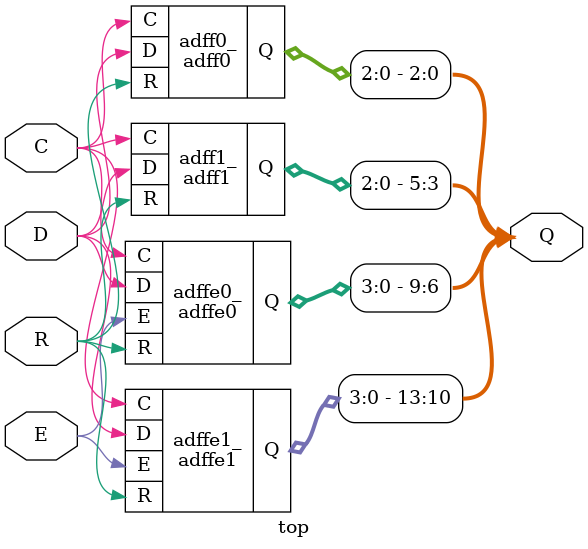
<source format=v>
module adff0(input C, R, D, (* init = 3'b000 *) output [2:0] Q);
\$_DFF_PP0_ ff0 (.C(C), .R(R), .D(D), .Q(Q[0]));
\$_DFF_PN0_ ff1 (.C(C), .R(R), .D(D), .Q(Q[1]));
\$_DFF_NP0_ ff2 (.C(C), .R(R), .D(D), .Q(Q[2]));
endmodule

module adff1(input C, R, D, (* init = 3'b000 *) output [2:0] Q);
\$_DFF_PP1_ ff0 (.C(C), .R(R), .D(D), .Q(Q[0]));
\$_DFF_PN1_ ff1 (.C(C), .R(R), .D(D), .Q(Q[1]));
\$_DFF_NP1_ ff2 (.C(C), .R(R), .D(D), .Q(Q[2]));
endmodule

module adffe0(input C, E, R, D, (* init = 4'b0000 *) output [3:0] Q);
\$_DFFE_PP0P_ ff0 (.C(C), .R(R), .E(E), .D(D), .Q(Q[0]));
\$_DFFE_PP0N_ ff1 (.C(C), .R(R), .E(E), .D(D), .Q(Q[1]));
\$_DFFE_PN0P_ ff2 (.C(C), .R(R), .E(E), .D(D), .Q(Q[2]));
\$_DFFE_NP0P_ ff3 (.C(C), .R(R), .E(E), .D(D), .Q(Q[3]));
endmodule

module adffe1(input C, E, R, D, (* init = 4'b0000 *) output [3:0] Q);
\$_DFFE_PP1P_ ff0 (.C(C), .R(R), .E(E), .D(D), .Q(Q[0]));
\$_DFFE_PP1N_ ff1 (.C(C), .R(R), .E(E), .D(D), .Q(Q[1]));
\$_DFFE_PN1P_ ff2 (.C(C), .R(R), .E(E), .D(D), .Q(Q[2]));
\$_DFFE_NP1P_ ff3 (.C(C), .R(R), .E(E), .D(D), .Q(Q[3]));
endmodule

module top(input C, E, R, D, output [13:0] Q);
adff0 adff0_(.C(C), .R(R), .D(D), .Q(Q[2:0]));
adff1 adff1_(.C(C), .R(R), .D(D), .Q(Q[5:3]));
adffe0 adffe0_(.C(C), .R(R), .E(E), .D(D), .Q(Q[9:6]));
adffe1 adffe1_(.C(C), .R(R), .E(E), .D(D), .Q(Q[13:10]));
endmodule

</source>
